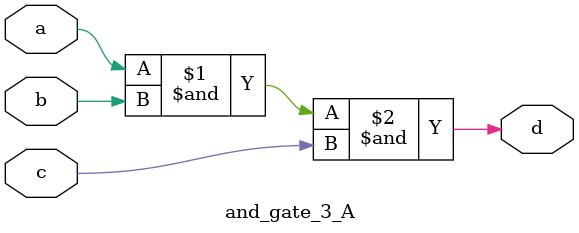
<source format=v>
`timescale 1ns / 1ps

module and_gate_3_A(a, b, c, d);
    input a, b, c;
    output d;

    assign d = a&b&c;
endmodule

</source>
